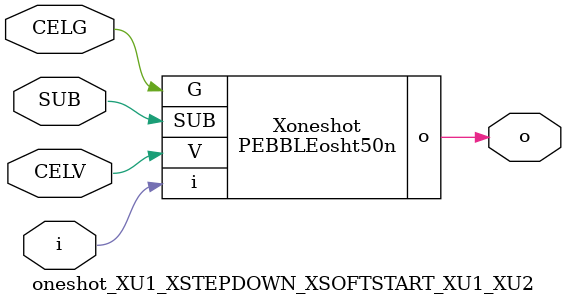
<source format=v>



module PEBBLEosht50n ( o, V, G, i, SUB );

  input V;
  input i;
  input G;
  output o;
  input SUB;
endmodule

//Celera Confidential Do Not Copy oneshot_XU1_XSTEPDOWN_XSOFTSTART_XU1_XU2
//Celera Confidential Symbol Generator
//One Shot50ns OneShot - Bad Designer!!
module oneshot_XU1_XSTEPDOWN_XSOFTSTART_XU1_XU2 (CELV,CELG,i,o,SUB);
input CELV;
input CELG;
input i;
input SUB;
output o;

//Celera Confidential Do Not Copy oneshot
PEBBLEosht50n Xoneshot(
.V (CELV),
.i (i),
.o (o),
.SUB (SUB),
.G (CELG)
);
//,diesize,PEBBLEosht50n

//Celera Confidential Do Not Copy Module End
//Celera Schematic Generator
endmodule

</source>
